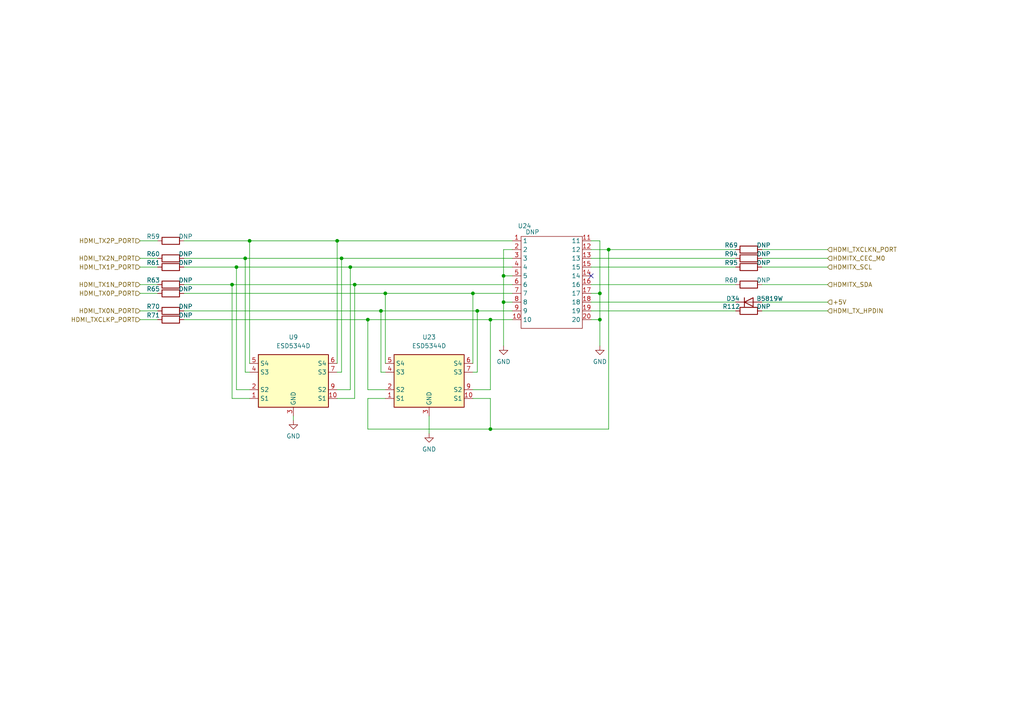
<source format=kicad_sch>
(kicad_sch (version 20231120) (generator "eeschema") (generator_version "8.0")
  (paper "A4")
  (lib_symbols
    (symbol "Device:R" (pin_numbers hide) (pin_names (offset 0))
      (property "Reference" "R" (at 2.032 0 90))
      (property "Value" "R" (at 0 0 90))
      (symbol "R_0_1"
        (rectangle (start -1.016 -2.54) (end 1.016 2.54) (stroke (width 0.254)))
      )
      (symbol "R_1_1"
        (pin passive line (at 0 3.81 270) (length 1.27) (name "~") (number "1"))
        (pin passive line (at 0 -3.81 90) (length 1.27) (name "~") (number "2"))
      )
    )
    (symbol "Interface_USB:FSUSB30MUX"
      (property "Reference" "U21" (at 2.1941 12.7 0))
      (property "Value" "ESD4" (at 2.1941 10.16 0))
      (symbol "FSUSB30MUX_0_1"
        (rectangle (start -10.16 7.62) (end 10.16 -7.62) (stroke (width 0.254)) (fill (type background)))
      )
      (symbol "FSUSB30MUX_1_1"
        (pin bidirectional line (at -12.7 -5.08 0) (length 2.54) (name "S1") (number "1"))
        (pin bidirectional line (at 12.7 -5.08 180) (length 2.54) (name "S1") (number "10"))
        (pin bidirectional line (at -12.7 -2.54 0) (length 2.54) (name "S2") (number "2"))
        (pin unspecified line (at 0 -10.16 90) (length 2.54) (name "GND") (number "3"))
        (pin bidirectional line (at -12.7 2.54 0) (length 2.54) (name "S3") (number "4"))
        (pin bidirectional line (at -12.7 5.08 0) (length 2.54) (name "S4") (number "5"))
        (pin bidirectional line (at 12.7 5.08 180) (length 2.54) (name "S4") (number "6"))
        (pin bidirectional line (at 12.7 2.54 180) (length 2.54) (name "S3") (number "7"))
        (pin bidirectional line (at 12.7 -2.54 180) (length 2.54) (name "S2") (number "9"))
      )
    )
    (symbol "Library:D" (pin_numbers hide) (pin_names (offset 1.016) hide)
      (property "Reference" "D" (at 0 2.54 0))
      (property "Value" "D" (at 0 -2.54 0))
      (symbol "D_0_1"
        (polyline (pts (xy -1.27 1.27) (xy -1.27 -1.27)) (stroke (width 0.254)))
        (polyline (pts (xy 1.27 0) (xy -1.27 0)))
        (polyline (pts (xy 1.27 1.27) (xy 1.27 -1.27) (xy -1.27 0) (xy 1.27 1.27)) (stroke (width 0.254)))
      )
      (symbol "D_1_1"
        (pin passive line (at -3.81 0 0) (length 2.54) (name "K") (number "1"))
        (pin passive line (at 3.81 0 180) (length 2.54) (name "A") (number "2"))
      )
    )
    (symbol "Library:GND" (power) (pin_names (offset 0))
      (property "Value" "GND" (at 0 -3.81 0))
      (symbol "GND_0_1"
        (polyline (pts (xy 0 0) (xy 0 -1.27) (xy 1.27 -1.27) (xy 0 -2.54) (xy -1.27 -1.27) (xy 0 -1.27)))
      )
      (symbol "GND_1_1"
        (pin power_in line (at 0 0 270) (length 0) hide (name "GND") (number "1"))
      )
    )
    (symbol "Library:HDMI_2.0"
      (property "Reference" "U24" (at -7.874 29.718 0))
      (property "Value" "DNP" (at -5.588 27.94 0))
      (symbol "HDMI_2.0_0_1"
        (rectangle (start -8.89 26.67) (end 8.89 0))
      )
      (symbol "HDMI_2.0_1_1"
        (pin input line (at -11.43 25.4 0) (length 2.54) (name "1") (number "1"))
        (pin passive line (at -11.43 2.54 0) (length 2.54) (name "10") (number "10"))
        (pin passive line (at 11.43 25.4 180) (length 2.54) (name "11") (number "11"))
        (pin passive line (at 11.43 22.86 180) (length 2.54) (name "12") (number "12"))
        (pin passive line (at 11.43 20.32 180) (length 2.54) (name "13") (number "13"))
        (pin passive line (at 11.43 15.24 180) (length 2.54) (name "14") (number "14"))
        (pin passive line (at 11.43 17.78 180) (length 2.54) (name "15") (number "15"))
        (pin passive line (at 11.43 12.7 180) (length 2.54) (name "16") (number "16"))
        (pin passive line (at 11.43 10.16 180) (length 2.54) (name "17") (number "17"))
        (pin passive line (at 11.43 7.62 180) (length 2.54) (name "18") (number "18"))
        (pin passive line (at 11.43 5.08 180) (length 2.54) (name "19") (number "19"))
        (pin passive line (at -11.43 22.86 0) (length 2.54) (name "2") (number "2"))
        (pin passive line (at 11.43 2.54 180) (length 2.54) (name "20") (number "20"))
        (pin passive line (at -11.43 20.32 0) (length 2.54) (name "3") (number "3"))
        (pin passive line (at -11.43 17.78 0) (length 2.54) (name "4") (number "4"))
        (pin passive line (at -11.43 15.24 0) (length 2.54) (name "5") (number "5"))
        (pin passive line (at -11.43 12.7 0) (length 2.54) (name "6") (number "6"))
        (pin passive line (at -11.43 10.16 0) (length 2.54) (name "7") (number "7"))
        (pin passive line (at -11.43 7.62 0) (length 2.54) (name "8") (number "8"))
        (pin passive line (at -11.43 5.08 0) (length 2.54) (name "9") (number "9"))
      )
    )
  )
  (junction (at 173.99 92.71))
  (junction (at 102.87 82.55))
  (junction (at 99.06 74.93))
  (junction (at 68.58 77.47))
  (junction (at 110.49 90.17))
  (junction (at 106.68 92.71))
  (junction (at 173.99 85.09))
  (junction (at 142.24 124.46))
  (junction (at 138.43 90.17))
  (junction (at 72.39 69.85))
  (junction (at 146.05 87.63))
  (junction (at 97.79 69.85))
  (junction (at 142.24 92.71))
  (junction (at 71.12 74.93))
  (junction (at 176.53 72.39))
  (junction (at 111.76 85.09))
  (junction (at 67.31 82.55))
  (junction (at 137.16 85.09))
  (junction (at 101.6 77.47))
  (junction (at 146.05 80.01))
  (no_connect (at 171.45 80.01))
  (wire (pts (xy 146.05 80.01) (xy 146.05 87.63)))
  (wire (pts (xy 146.05 100.33) (xy 146.05 87.63)))
  (wire (pts (xy 146.05 72.39) (xy 146.05 80.01)))
  (wire (pts (xy 176.53 72.39) (xy 213.36 72.39)))
  (wire (pts (xy 148.59 72.39) (xy 146.05 72.39)))
  (wire (pts (xy 137.16 85.09) (xy 111.76 85.09)))
  (wire (pts (xy 97.79 115.57) (xy 102.87 115.57)))
  (wire (pts (xy 138.43 90.17) (xy 148.59 90.17)))
  (wire (pts (xy 148.59 82.55) (xy 102.87 82.55)))
  (wire (pts (xy 173.99 85.09) (xy 173.99 92.71)))
  (wire (pts (xy 106.68 115.57) (xy 106.68 124.46)))
  (wire (pts (xy 68.58 113.03) (xy 68.58 77.47)))
  (wire (pts (xy 137.16 115.57) (xy 142.24 115.57)))
  (wire (pts (xy 111.76 107.95) (xy 110.49 107.95)))
  (wire (pts (xy 97.79 113.03) (xy 101.6 113.03)))
  (wire (pts (xy 213.36 90.17) (xy 171.45 90.17)))
  (wire (pts (xy 110.49 90.17) (xy 138.43 90.17)))
  (wire (pts (xy 106.68 124.46) (xy 142.24 124.46)))
  (wire (pts (xy 171.45 77.47) (xy 213.36 77.47)))
  (wire (pts (xy 71.12 74.93) (xy 99.06 74.93)))
  (wire (pts (xy 220.98 82.55) (xy 240.03 82.55)))
  (wire (pts (xy 142.24 92.71) (xy 148.59 92.71)))
  (wire (pts (xy 45.72 85.09) (xy 40.64 85.09)))
  (wire (pts (xy 220.98 74.93) (xy 240.03 74.93)))
  (wire (pts (xy 220.98 87.63) (xy 240.03 87.63)))
  (wire (pts (xy 138.43 107.95) (xy 138.43 90.17)))
  (wire (pts (xy 171.45 69.85) (xy 173.99 69.85)))
  (wire (pts (xy 97.79 105.41) (xy 97.79 69.85)))
  (wire (pts (xy 220.98 90.17) (xy 240.03 90.17)))
  (wire (pts (xy 111.76 115.57) (xy 106.68 115.57)))
  (wire (pts (xy 99.06 74.93) (xy 148.59 74.93)))
  (wire (pts (xy 68.58 77.47) (xy 101.6 77.47)))
  (wire (pts (xy 102.87 115.57) (xy 102.87 82.55)))
  (wire (pts (xy 53.34 69.85) (xy 72.39 69.85)))
  (wire (pts (xy 53.34 77.47) (xy 68.58 77.47)))
  (wire (pts (xy 137.16 113.03) (xy 142.24 113.03)))
  (wire (pts (xy 173.99 92.71) (xy 173.99 100.33)))
  (wire (pts (xy 220.98 77.47) (xy 240.03 77.47)))
  (wire (pts (xy 148.59 85.09) (xy 137.16 85.09)))
  (wire (pts (xy 171.45 87.63) (xy 213.36 87.63)))
  (wire (pts (xy 110.49 107.95) (xy 110.49 90.17)))
  (wire (pts (xy 53.34 92.71) (xy 106.68 92.71)))
  (wire (pts (xy 124.46 120.65) (xy 124.46 125.73)))
  (wire (pts (xy 67.31 115.57) (xy 67.31 82.55)))
  (wire (pts (xy 111.76 85.09) (xy 111.76 105.41)))
  (wire (pts (xy 137.16 107.95) (xy 138.43 107.95)))
  (wire (pts (xy 40.64 69.85) (xy 45.72 69.85)))
  (wire (pts (xy 171.45 74.93) (xy 213.36 74.93)))
  (wire (pts (xy 71.12 107.95) (xy 71.12 74.93)))
  (wire (pts (xy 171.45 82.55) (xy 213.36 82.55)))
  (wire (pts (xy 106.68 92.71) (xy 142.24 92.71)))
  (wire (pts (xy 101.6 113.03) (xy 101.6 77.47)))
  (wire (pts (xy 142.24 115.57) (xy 142.24 124.46)))
  (wire (pts (xy 72.39 105.41) (xy 72.39 69.85)))
  (wire (pts (xy 40.64 90.17) (xy 45.72 90.17)))
  (wire (pts (xy 40.64 92.71) (xy 45.72 92.71)))
  (wire (pts (xy 137.16 85.09) (xy 137.16 105.41)))
  (wire (pts (xy 148.59 80.01) (xy 146.05 80.01)))
  (wire (pts (xy 40.64 74.93) (xy 45.72 74.93)))
  (wire (pts (xy 171.45 92.71) (xy 173.99 92.71)))
  (wire (pts (xy 176.53 124.46) (xy 176.53 72.39)))
  (wire (pts (xy 173.99 69.85) (xy 173.99 85.09)))
  (wire (pts (xy 53.34 74.93) (xy 71.12 74.93)))
  (wire (pts (xy 220.98 72.39) (xy 240.03 72.39)))
  (wire (pts (xy 72.39 69.85) (xy 97.79 69.85)))
  (wire (pts (xy 101.6 77.47) (xy 148.59 77.47)))
  (wire (pts (xy 99.06 107.95) (xy 99.06 74.93)))
  (wire (pts (xy 173.99 85.09) (xy 171.45 85.09)))
  (wire (pts (xy 72.39 115.57) (xy 67.31 115.57)))
  (wire (pts (xy 111.76 85.09) (xy 53.34 85.09)))
  (wire (pts (xy 106.68 113.03) (xy 106.68 92.71)))
  (wire (pts (xy 146.05 87.63) (xy 148.59 87.63)))
  (wire (pts (xy 72.39 107.95) (xy 71.12 107.95)))
  (wire (pts (xy 142.24 124.46) (xy 176.53 124.46)))
  (wire (pts (xy 40.64 77.47) (xy 45.72 77.47)))
  (wire (pts (xy 102.87 82.55) (xy 67.31 82.55)))
  (wire (pts (xy 97.79 69.85) (xy 148.59 69.85)))
  (wire (pts (xy 97.79 107.95) (xy 99.06 107.95)))
  (wire (pts (xy 85.09 120.65) (xy 85.09 121.92)))
  (wire (pts (xy 171.45 72.39) (xy 176.53 72.39)))
  (wire (pts (xy 142.24 113.03) (xy 142.24 92.71)))
  (wire (pts (xy 53.34 90.17) (xy 110.49 90.17)))
  (wire (pts (xy 111.76 113.03) (xy 106.68 113.03)))
  (wire (pts (xy 72.39 113.03) (xy 68.58 113.03)))
  (wire (pts (xy 67.31 82.55) (xy 53.34 82.55)))
  (wire (pts (xy 45.72 82.55) (xy 40.64 82.55)))
  (hierarchical_label "HDMI_TX2N_PORT" (shape input) (at 40.64 74.93 180))
  (hierarchical_label "HDMI_TX_HPDIN" (shape input) (at 240.03 90.17 0))
  (hierarchical_label "HDMITX_SCL" (shape input) (at 240.03 77.47 0))
  (hierarchical_label "+5V" (shape input) (at 240.03 87.63 0))
  (hierarchical_label "HDMI_TXCLKP_PORT" (shape input) (at 40.64 92.71 180))
  (hierarchical_label "HDMI_TX1N_PORT" (shape input) (at 40.64 82.55 180))
  (hierarchical_label "HDMI_TXCLKN_PORT" (shape input) (at 240.03 72.39 0))
  (hierarchical_label "HDMITX_SDA" (shape input) (at 240.03 82.55 0))
  (hierarchical_label "HDMI_TX0N_PORT" (shape input) (at 40.64 90.17 180))
  (hierarchical_label "HDMI_TX0P_PORT" (shape input) (at 40.64 85.09 180))
  (hierarchical_label "HDMITX_CEC_M0" (shape input) (at 240.03 74.93 0))
  (hierarchical_label "HDMI_TX2P_PORT" (shape input) (at 40.64 69.85 180))
  (hierarchical_label "HDMI_TX1P_PORT" (shape input) (at 40.64 77.47 180))
  (symbol (lib_id "Device:R") (at 49.53 85.09 90) (unit 1)
    (property "Reference" "R65" (at 44.45 83.82 90))
    (property "Value" "DNP" (at 53.848 83.82 90))
    (property "Footprint" "Resistor_SMD:R_0201_0603Metric" (effects (hide yes)))
    (property "Description" "Resistor" (effects (hide yes)))
  )
  (symbol (lib_id "Device:R") (at 217.17 77.47 90) (unit 1)
    (property "Reference" "R95" (at 212.09 76.2 90))
    (property "Value" "DNP" (at 221.488 76.2 90))
    (property "Footprint" "Resistor_SMD:R_0201_0603Metric" (effects (hide yes)))
    (property "Description" "Resistor" (effects (hide yes)))
  )
  (symbol (lib_id "Device:R") (at 49.53 90.17 90) (unit 1)
    (property "Reference" "R70" (at 44.45 88.9 90))
    (property "Value" "DNP" (at 53.848 88.9 90))
    (property "Footprint" "Resistor_SMD:R_0201_0603Metric" (effects (hide yes)))
    (property "Description" "Resistor" (effects (hide yes)))
  )
  (symbol (lib_id "Device:R") (at 49.53 82.55 90) (unit 1)
    (property "Reference" "R63" (at 44.45 81.28 90))
    (property "Value" "DNP" (at 53.848 81.28 90))
    (property "Footprint" "Resistor_SMD:R_0201_0603Metric" (effects (hide yes)))
    (property "Description" "Resistor" (effects (hide yes)))
  )
  (symbol (lib_id "Device:R") (at 217.17 74.93 90) (unit 1)
    (property "Reference" "R94" (at 212.09 73.66 90))
    (property "Value" "DNP" (at 221.488 73.66 90))
    (property "Footprint" "Resistor_SMD:R_0201_0603Metric" (effects (hide yes)))
    (property "Description" "Resistor" (effects (hide yes)))
  )
  (symbol (lib_id "Interface_USB:FSUSB30MUX") (at 124.46 110.49 0) (unit 1)
    (property "Reference" "U23" (at 124.46 97.79 0))
    (property "Value" "ESD5344D" (at 124.46 100.33 0))
    (property "Footprint" "HDMI 2.0 TX:ESD5344D" (effects (hide yes)))
    (property "Datasheet" " " (effects (hide yes)))
    (property "Description" "ESD4" (effects (hide yes)))
    (property "MPN" "ESD5344D" (effects (hide yes)))
  )
  (symbol (lib_id "Library:HDMI_2.0") (at 160.02 95.25 0) (unit 1)
    (property "Reference" "U24" (at 152.146 65.532 0))
    (property "Value" "DNP" (at 154.432 67.31 0))
    (property "Footprint" "HDMI 2.0 TX:HDMI 19PIN" (effects (hide yes)))
  )
  (symbol (lib_id "Library:D") (at 217.17 87.63 0) (mirror x) (unit 1)
    (property "Reference" "D34" (at 212.598 86.614 0))
    (property "Value" "B5819W" (at 223.266 86.614 0))
    (property "Footprint" "Footprint:D_SOD-123" (effects (hide yes)))
    (property "Sim.Device" "D" (effects (hide yes)))
    (property "Sim.Pins" "1=K 2=A" (effects (hide yes)))
    (property "MPN" "B5819W" (effects (hide yes)))
  )
  (symbol (lib_id "Library:GND") (at 124.46 125.73 0) (unit 1)
    (property "Reference" "#PWR0235" (effects (hide yes)))
    (property "Value" "GND" (at 124.46 130.302 0))
    (property "Description" "Power symbol creates a global label with name \"GND\" , ground" (effects (hide yes)))
  )
  (symbol (lib_id "Interface_USB:FSUSB30MUX") (at 85.09 110.49 0) (unit 1)
    (property "Reference" "U9" (at 85.09 97.79 0))
    (property "Value" "ESD5344D" (at 85.09 100.33 0))
    (property "Footprint" "HDMI 2.0 TX:ESD5344D" (effects (hide yes)))
    (property "Datasheet" " " (effects (hide yes)))
    (property "Description" "ESD4" (effects (hide yes)))
    (property "MPN" "ESD5344D" (effects (hide yes)))
  )
  (symbol (lib_id "Library:GND") (at 173.99 100.33 0) (unit 1)
    (property "Reference" "#PWR0253" (effects (hide yes)))
    (property "Value" "GND" (at 173.99 104.902 0))
    (property "Description" "Power symbol creates a global label with name \"GND\" , ground" (effects (hide yes)))
  )
  (symbol (lib_id "Device:R") (at 49.53 77.47 90) (unit 1)
    (property "Reference" "R61" (at 44.45 76.2 90))
    (property "Value" "DNP" (at 53.848 76.2 90))
    (property "Footprint" "Resistor_SMD:R_0201_0603Metric" (effects (hide yes)))
    (property "Description" "Resistor" (effects (hide yes)))
  )
  (symbol (lib_id "Device:R") (at 49.53 92.71 90) (unit 1)
    (property "Reference" "R71" (at 44.45 91.44 90))
    (property "Value" "DNP" (at 53.848 91.44 90))
    (property "Footprint" "Resistor_SMD:R_0201_0603Metric" (effects (hide yes)))
    (property "Description" "Resistor" (effects (hide yes)))
  )
  (symbol (lib_id "Library:GND") (at 146.05 100.33 0) (unit 1)
    (property "Reference" "#PWR0236" (effects (hide yes)))
    (property "Value" "GND" (at 146.05 104.902 0))
    (property "Description" "Power symbol creates a global label with name \"GND\" , ground" (effects (hide yes)))
  )
  (symbol (lib_id "Device:R") (at 217.17 90.17 90) (unit 1)
    (property "Reference" "R112" (at 212.09 88.9 90))
    (property "Value" "DNP" (at 221.488 88.9 90))
    (property "Footprint" "Resistor_SMD:R_0201_0603Metric" (effects (hide yes)))
    (property "Description" "Resistor" (effects (hide yes)))
  )
  (symbol (lib_id "Device:R") (at 49.53 74.93 90) (unit 1)
    (property "Reference" "R60" (at 44.45 73.66 90))
    (property "Value" "DNP" (at 53.848 73.66 90))
    (property "Footprint" "Resistor_SMD:R_0201_0603Metric" (effects (hide yes)))
    (property "Description" "Resistor" (effects (hide yes)))
  )
  (symbol (lib_id "Library:GND") (at 85.09 121.92 0) (unit 1)
    (property "Reference" "#PWR098" (effects (hide yes)))
    (property "Value" "GND" (at 85.09 126.492 0))
    (property "Description" "Power symbol creates a global label with name \"GND\" , ground" (effects (hide yes)))
  )
  (symbol (lib_id "Device:R") (at 217.17 82.55 90) (unit 1)
    (property "Reference" "R68" (at 212.09 81.28 90))
    (property "Value" "DNP" (at 221.488 81.28 90))
    (property "Footprint" "Resistor_SMD:R_0201_0603Metric" (effects (hide yes)))
    (property "Description" "Resistor" (effects (hide yes)))
  )
  (symbol (lib_id "Device:R") (at 217.17 72.39 90) (unit 1)
    (property "Reference" "R69" (at 212.09 71.12 90))
    (property "Value" "DNP" (at 221.488 71.12 90))
    (property "Footprint" "Resistor_SMD:R_0201_0603Metric" (effects (hide yes)))
    (property "Description" "Resistor" (effects (hide yes)))
  )
  (symbol (lib_id "Device:R") (at 49.53 69.85 90) (unit 1)
    (property "Reference" "R59" (at 44.45 68.58 90))
    (property "Value" "DNP" (at 53.848 68.58 90))
    (property "Footprint" "Resistor_SMD:R_0201_0603Metric" (effects (hide yes)))
    (property "Description" "Resistor" (effects (hide yes)))
  )
)
</source>
